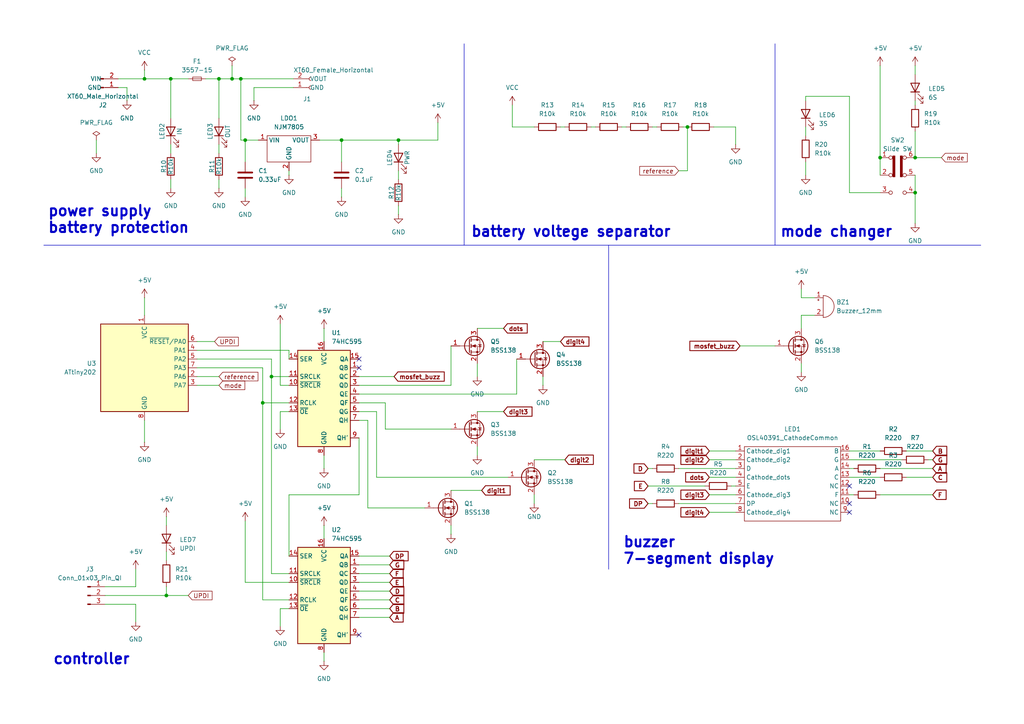
<source format=kicad_sch>
(kicad_sch (version 20231120) (generator "eeschema") (generator_version "8.0")
  (paper "A4")
  (title_block (title "電源電圧監視 / 保護用基板") (date "2024-09-23") (rev "1") (company "明治大学オートメーション研究部") (comment 1 "次田英太") (comment 2 "電気電子生命学科2年"))
  (lib_symbols
    (symbol "00_mylib:74HC595_SMD"
      (property "Reference" "U" (at -7.62 13.97 0))
      (property "Value" "74HC595_SMD" (at -7.62 -16.51 0))
      (symbol "74HC595_SMD_1_0"
        (pin tri_state line (at 10.16 7.62 180) (length 2.54) (name "QB") (number "1"))
        (pin input line (at -10.16 2.54 0) (length 2.54) (name "~{SRCLR}") (number "10"))
        (pin input line (at -10.16 5.08 0) (length 2.54) (name "SRCLK") (number "11"))
        (pin input line (at -10.16 -2.54 0) (length 2.54) (name "RCLK") (number "12"))
        (pin input line (at -10.16 -5.08 0) (length 2.54) (name "~{OE}") (number "13"))
        (pin input line (at -10.16 10.16 0) (length 2.54) (name "SER") (number "14"))
        (pin tri_state line (at 10.16 10.16 180) (length 2.54) (name "QA") (number "15"))
        (pin power_in line (at 0 15.24 270) (length 2.54) (name "VCC") (number "16"))
        (pin tri_state line (at 10.16 5.08 180) (length 2.54) (name "QC") (number "2"))
        (pin tri_state line (at 10.16 2.54 180) (length 2.54) (name "QD") (number "3"))
        (pin tri_state line (at 10.16 0 180) (length 2.54) (name "QE") (number "4"))
        (pin tri_state line (at 10.16 -2.54 180) (length 2.54) (name "QF") (number "5"))
        (pin tri_state line (at 10.16 -5.08 180) (length 2.54) (name "QG") (number "6"))
        (pin tri_state line (at 10.16 -7.62 180) (length 2.54) (name "QH") (number "7"))
        (pin power_in line (at 0 -17.78 90) (length 2.54) (name "GND") (number "8"))
        (pin output line (at 10.16 -12.7 180) (length 2.54) (name "QH'") (number "9"))
      )
      (symbol "74HC595_SMD_1_1"
        (rectangle (start -7.62 12.7) (end 7.62 -15.24) (stroke (width 0.254)) (fill (type background)))
      )
    )
    (symbol "00_mylib:ATtiny202-SS"
      (property "Reference" "U" (at -12.7 13.97 0))
      (property "Value" "ATtiny202-SS" (at 2.54 -13.97 0))
      (symbol "ATtiny202-SS_0_1"
        (rectangle (start -12.7 -12.7) (end 12.7 12.7) (stroke (width 0.254)) (fill (type background)))
      )
      (symbol "ATtiny202-SS_1_1"
        (pin power_in line (at 0 15.24 270) (length 2.54) (name "VCC") (number "1"))
        (pin bidirectional line (at 15.24 -2.54 180) (length 2.54) (name "PA6") (number "2"))
        (pin bidirectional line (at 15.24 -5.08 180) (length 2.54) (name "PA7") (number "3"))
        (pin bidirectional line (at 15.24 5.08 180) (length 2.54) (name "PA1") (number "4"))
        (pin bidirectional line (at 15.24 2.54 180) (length 2.54) (name "PA2") (number "5"))
        (pin bidirectional line (at 15.24 7.62 180) (length 2.54) (name "~{RESET}/PA0") (number "6"))
        (pin bidirectional line (at 15.24 0 180) (length 2.54) (name "PA3") (number "7"))
        (pin power_in line (at 0 -15.24 90) (length 2.54) (name "GND") (number "8"))
      )
    )
    (symbol "00_mylib:BSS138" (pin_names hide)
      (property "Reference" "Q" (at 5.08 1.905 0))
      (property "Value" "BSS138" (at 5.08 0 0))
      (symbol "BSS138_0_1"
        (polyline (pts (xy 0.254 0) (xy -2.54 0)))
        (polyline (pts (xy 0.254 1.905) (xy 0.254 -1.905)) (stroke (width 0.254)))
        (polyline (pts (xy 0.762 -1.27) (xy 0.762 -2.286)) (stroke (width 0.254)))
        (polyline (pts (xy 0.762 0.508) (xy 0.762 -0.508)) (stroke (width 0.254)))
        (polyline (pts (xy 0.762 2.286) (xy 0.762 1.27)) (stroke (width 0.254)))
        (polyline (pts (xy 2.54 2.54) (xy 2.54 1.778)))
        (polyline (pts (xy 2.54 -2.54) (xy 2.54 0) (xy 0.762 0)))
        (polyline (pts (xy 0.762 -1.778) (xy 3.302 -1.778) (xy 3.302 1.778) (xy 0.762 1.778)))
        (polyline (pts (xy 1.016 0) (xy 2.032 0.381) (xy 2.032 -0.381) (xy 1.016 0)) (fill (type outline)))
        (polyline (pts (xy 2.794 0.508) (xy 2.921 0.381) (xy 3.683 0.381) (xy 3.81 0.254)))
        (polyline (pts (xy 3.302 0.381) (xy 2.921 -0.254) (xy 3.683 -0.254) (xy 3.302 0.381)))
        (circle (center 1.651 0) (radius 2.794) (stroke (width 0.254)))
        (circle (center 2.54 -1.778) (radius 0.254) (fill (type outline)))
        (circle (center 2.54 1.778) (radius 0.254) (fill (type outline)))
      )
      (symbol "BSS138_1_1"
        (pin input line (at -5.08 0 0) (length 2.54) (name "G") (number "1"))
        (pin passive line (at 2.54 -5.08 90) (length 2.54) (name "S") (number "2"))
        (pin passive line (at 2.54 5.08 270) (length 2.54) (name "D") (number "3"))
      )
    )
    (symbol "00_mylib:Buzzer_12mm" (pin_names (offset 0.0254) hide)
      (property "Reference" "BZ" (at 3.81 1.27 0))
      (property "Value" "Buzzer_12mm" (at 3.81 -1.27 0))
      (symbol "Buzzer_12mm_0_1"
        (arc (start 0 -3.175) (mid 3.1612 0) (end 0 3.175))
        (polyline (pts (xy -1.651 1.905) (xy -1.143 1.905)))
        (polyline (pts (xy -1.397 2.159) (xy -1.397 1.651)))
        (polyline (pts (xy 0 3.175) (xy 0 -3.175)))
      )
      (symbol "Buzzer_12mm_1_1"
        (pin passive line (at -2.54 2.54 0) (length 2.54) (name "+") (number "1"))
        (pin passive line (at -2.54 -2.54 0) (length 2.54) (name "-") (number "2"))
      )
    )
    (symbol "00_mylib:C1608" (pin_numbers hide) (pin_names (offset 0.254))
      (property "Reference" "C" (at 0.635 2.54 0))
      (property "Value" "C1608" (at 0.635 -2.54 0))
      (symbol "C1608_0_1"
        (polyline (pts (xy -2.032 -0.762) (xy 2.032 -0.762)) (stroke (width 0.508)))
        (polyline (pts (xy -2.032 0.762) (xy 2.032 0.762)) (stroke (width 0.508)))
      )
      (symbol "C1608_1_1"
        (pin passive line (at 0 3.81 270) (length 2.794) (name "~") (number "1"))
        (pin passive line (at 0 -3.81 90) (length 2.794) (name "~") (number "2"))
      )
    )
    (symbol "00_mylib:Conn_01x03_Pin_QI" (pin_names (offset 1.016) hide)
      (property "Reference" "J" (at 0 5.08 0))
      (property "Value" "Conn_01x03_Pin_QI" (at 0 -5.08 0))
      (symbol "Conn_01x03_Pin_QI_1_1"
        (polyline (pts (xy 1.27 -2.54) (xy 0.8636 -2.54)) (stroke (width 0.1524)))
        (polyline (pts (xy 1.27 0) (xy 0.8636 0)) (stroke (width 0.1524)))
        (polyline (pts (xy 1.27 2.54) (xy 0.8636 2.54)) (stroke (width 0.1524)))
        (rectangle (start 0.8636 -2.413) (end 0 -2.667) (stroke (width 0.1524)) (fill (type outline)))
        (rectangle (start 0.8636 0.127) (end 0 -0.127) (stroke (width 0.1524)) (fill (type outline)))
        (rectangle (start 0.8636 2.667) (end 0 2.413) (stroke (width 0.1524)) (fill (type outline)))
        (pin passive line (at 5.08 2.54 180) (length 3.81) (name "Pin_1") (number "1"))
        (pin passive line (at 5.08 0 180) (length 3.81) (name "Pin_2") (number "2"))
        (pin passive line (at 5.08 -2.54 180) (length 3.81) (name "Pin_3") (number "3"))
      )
    )
    (symbol "00_mylib:Fuse_Small_3557_15" (pin_numbers hide) (pin_names (offset 0.254) hide)
      (property "Reference" "F" (at 0 -1.524 0))
      (property "Value" "Fuse_Small_3557_15" (at 0 1.524 0))
      (symbol "Fuse_Small_3557_15_0_1"
        (rectangle (start -1.27 0.508) (end 1.27 -0.508))
        (polyline (pts (xy -1.27 0) (xy 1.27 0)))
      )
      (symbol "Fuse_Small_3557_15_1_1"
        (pin passive line (at -2.54 0 0) (length 1.27) (name "~") (number "1"))
        (pin passive line (at 2.54 0 180) (length 1.27) (name "~") (number "2"))
      )
    )
    (symbol "00_mylib:LED1608" (pin_numbers hide) (pin_names (offset 1.016) hide)
      (property "Reference" "LED" (at 0 2.54 0))
      (property "Value" "LED1608" (at 0 -2.54 0))
      (symbol "LED1608_0_1"
        (polyline (pts (xy -1.27 -1.27) (xy -1.27 1.27)) (stroke (width 0.254)))
        (polyline (pts (xy -1.27 0) (xy 1.27 0)))
        (polyline (pts (xy 1.27 -1.27) (xy 1.27 1.27) (xy -1.27 0) (xy 1.27 -1.27)) (stroke (width 0.254)))
        (polyline (pts (xy -3.048 -0.762) (xy -4.572 -2.286) (xy -3.81 -2.286) (xy -4.572 -2.286) (xy -4.572 -1.524)))
        (polyline (pts (xy -1.778 -0.762) (xy -3.302 -2.286) (xy -2.54 -2.286) (xy -3.302 -2.286) (xy -3.302 -1.524)))
      )
      (symbol "LED1608_1_1"
        (pin passive line (at -3.81 0 0) (length 2.54) (name "K") (number "1"))
        (pin passive line (at 3.81 0 180) (length 2.54) (name "A") (number "2"))
      )
    )
    (symbol "00_mylib:NJM7805SDL1"
      (property "Reference" "LDO" (at -0.762 5.334 0))
      (property "Value" "NJM7805" (at -0.254 7.112 0))
      (symbol "NJM7805SDL1_0_1"
        (rectangle (start -6.35 3.81) (end 6.35 -3.81))
      )
      (symbol "NJM7805SDL1_1_1"
        (pin power_in line (at -8.89 2.54 0) (length 2.54) (name "VIN") (number "1"))
        (pin input line (at 0 -6.35 90) (length 2.54) (name "GND") (number "2"))
        (pin power_out line (at 8.89 2.54 180) (length 2.54) (name "VOUT") (number "3"))
      )
    )
    (symbol "00_mylib:OSL40391_CathodeCommon"
      (property "Reference" "LED" (at 0 13.716 0))
      (property "Value" "OSL40391_CathodeCommon" (at 0 11.43 0))
      (symbol "OSL40391_CathodeCommon_0_1"
        (rectangle (start -13.97 10.16) (end 13.97 -11.43))
      )
      (symbol "OSL40391_CathodeCommon_1_1"
        (pin input line (at -16.51 8.89 0) (length 2.54) (name "Cathode_dig1") (number "1"))
        (pin input line (at 16.51 -6.35 180) (length 2.54) (name "NC") (number "10"))
        (pin input line (at 16.51 -3.81 180) (length 2.54) (name "F") (number "11"))
        (pin input line (at 16.51 -1.27 180) (length 2.54) (name "NC") (number "12"))
        (pin input line (at 16.51 1.27 180) (length 2.54) (name "C") (number "13"))
        (pin input line (at 16.51 3.81 180) (length 2.54) (name "A") (number "14"))
        (pin input line (at 16.51 6.35 180) (length 2.54) (name "G") (number "15"))
        (pin input line (at 16.51 8.89 180) (length 2.54) (name "B") (number "16"))
        (pin input line (at -16.51 6.35 0) (length 2.54) (name "Cathode_dig2") (number "2"))
        (pin input line (at -16.51 3.81 0) (length 2.54) (name "D") (number "3"))
        (pin input line (at -16.51 1.27 0) (length 2.54) (name "Cathode_dots") (number "4"))
        (pin input line (at -16.51 -1.27 0) (length 2.54) (name "E") (number "5"))
        (pin input line (at -16.51 -3.81 0) (length 2.54) (name "Cathode_dig3") (number "6"))
        (pin input line (at -16.51 -6.35 0) (length 2.54) (name "DP") (number "7"))
        (pin input line (at -16.51 -8.89 0) (length 2.54) (name "Cathode_dig4") (number "8"))
        (pin input line (at 16.51 -8.89 180) (length 2.54) (name "NC") (number "9"))
      )
    )
    (symbol "00_mylib:R1608" (pin_numbers hide) (pin_names (offset 0))
      (property "Reference" "R" (at 2.032 0 90))
      (property "Value" "R1608" (at 0 0 90))
      (symbol "R1608_0_1"
        (rectangle (start -1.016 -2.54) (end 1.016 2.54) (stroke (width 0.254)))
      )
      (symbol "R1608_1_1"
        (pin passive line (at 0 3.81 270) (length 1.27) (name "~") (number "1"))
        (pin passive line (at 0 -3.81 90) (length 1.27) (name "~") (number "2"))
      )
    )
    (symbol "00_mylib:SW_Slide_DPDT" (pin_names (offset 0) hide)
      (property "Reference" "SW" (at 0 6.858 0))
      (property "Value" "SW_Slide_DPDT" (at 0 -8.128 0))
      (symbol "SW_Slide_DPDT_0_0"
        (circle (center -2.032 -5.08) (radius 0.508))
        (circle (center -2.032 5.08) (radius 0.508))
        (circle (center 2.032 -5.08) (radius 0.508))
        (circle (center 2.032 0) (radius 0.508))
      )
      (symbol "SW_Slide_DPDT_0_1"
        (circle (center -2.032 0) (radius 0.508))
        (circle (center 2.032 5.08) (radius 0.508))
      )
      (symbol "SW_Slide_DPDT_1_1"
        (rectangle (start -1.397 5.588) (end -0.762 -0.508) (fill (type outline)))
        (rectangle (start 0.762 5.588) (end 1.397 -0.508) (fill (type outline)))
        (pin passive line (at -5.08 5.08 0) (length 2.54) (name "A") (number "1"))
        (pin passive line (at -5.08 0 0) (length 2.54) (name "B") (number "2"))
        (pin passive line (at -5.08 -5.08 0) (length 2.54) (name "C") (number "3"))
        (pin passive line (at 5.08 -5.08 180) (length 2.54) (name "A") (number "4"))
        (pin passive line (at 5.08 0 180) (length 2.54) (name "B") (number "5"))
        (pin passive line (at 5.08 5.08 180) (length 2.54) (name "C") (number "6"))
      )
    )
    (symbol "00_mylib:XT60_Female_Horizontal" (pin_names (offset 1.016))
      (property "Reference" "J" (at 0 2.54 0))
      (property "Value" "XT60_Female_Horizontal" (at 0 -5.08 0))
      (symbol "XT60_Female_Horizontal_1_1"
        (arc (start 0 -2.032) (mid -0.5058 -2.54) (end 0 -3.048) (stroke (width 0.1524)))
        (polyline (pts (xy -1.27 -2.54) (xy -0.508 -2.54)) (stroke (width 0.1524)))
        (polyline (pts (xy -1.27 0) (xy -0.508 0)) (stroke (width 0.1524)))
        (arc (start 0 0.508) (mid -0.5058 0) (end 0 -0.508) (stroke (width 0.1524)))
        (pin passive line (at -5.08 0 0) (length 3.81) (name "GND") (number "1"))
        (pin power_in line (at -5.08 -2.54 0) (length 3.81) (name "VOUT") (number "2"))
      )
    )
    (symbol "00_mylib:XT60_Male_Horizontal" (pin_names (offset 1.016))
      (property "Reference" "J" (at 0 2.54 0))
      (property "Value" "XT60_Male_Horizontal" (at 0 -5.08 0))
      (symbol "XT60_Male_Horizontal_1_1"
        (polyline (pts (xy 1.27 -2.54) (xy 0.8636 -2.54)) (stroke (width 0.1524)))
        (polyline (pts (xy 1.27 0) (xy 0.8636 0)) (stroke (width 0.1524)))
        (rectangle (start 0.8636 -2.413) (end 0 -2.667) (stroke (width 0.1524)) (fill (type outline)))
        (rectangle (start 0.8636 0.127) (end 0 -0.127) (stroke (width 0.1524)) (fill (type outline)))
        (pin passive line (at 5.08 0 180) (length 3.81) (name "GND") (number "1"))
        (pin power_out line (at 5.08 -2.54 180) (length 3.81) (name "VIN") (number "2"))
      )
    )
    (symbol "power:+5V" (power) (pin_numbers hide) (pin_names (offset 0) hide)
      (property "Value" "+5V" (at 0 3.556 0))
      (symbol "+5V_0_1"
        (polyline (pts (xy -0.762 1.27) (xy 0 2.54)))
        (polyline (pts (xy 0 0) (xy 0 2.54)))
        (polyline (pts (xy 0 2.54) (xy 0.762 1.27)))
      )
      (symbol "+5V_1_1"
        (pin power_in line (at 0 0 90) (length 0) (name "~") (number "1"))
      )
    )
    (symbol "power:GND" (power) (pin_numbers hide) (pin_names (offset 0) hide)
      (property "Value" "GND" (at 0 -3.81 0))
      (symbol "GND_0_1"
        (polyline (pts (xy 0 0) (xy 0 -1.27) (xy 1.27 -1.27) (xy 0 -2.54) (xy -1.27 -1.27) (xy 0 -1.27)))
      )
      (symbol "GND_1_1"
        (pin power_in line (at 0 0 270) (length 0) (name "~") (number "1"))
      )
    )
    (symbol "power:PWR_FLAG" (power) (pin_numbers hide) (pin_names (offset 0) hide)
      (property "Value" "PWR_FLAG" (at 0 3.81 0))
      (symbol "PWR_FLAG_0_0"
        (pin power_out line (at 0 0 90) (length 0) (name "~") (number "1"))
      )
      (symbol "PWR_FLAG_0_1"
        (polyline (pts (xy 0 0) (xy 0 1.27) (xy -1.016 1.905) (xy 0 2.54) (xy 1.016 1.905) (xy 0 1.27)))
      )
    )
    (symbol "power:VCC" (power) (pin_numbers hide) (pin_names (offset 0) hide)
      (property "Value" "VCC" (at 0 3.556 0))
      (symbol "VCC_0_1"
        (polyline (pts (xy -0.762 1.27) (xy 0 2.54)))
        (polyline (pts (xy 0 0) (xy 0 2.54)))
        (polyline (pts (xy 0 2.54) (xy 0.762 1.27)))
      )
      (symbol "VCC_1_1"
        (pin power_in line (at 0 0 90) (length 0) (name "~") (number "1"))
      )
    )
  )
  (junction (at 48.26 172.72))
  (junction (at 76.2 116.84))
  (junction (at 115.57 40.64))
  (junction (at 255.27 45.72))
  (junction (at 69.85 22.86))
  (junction (at 41.91 22.86))
  (junction (at 265.43 55.88))
  (junction (at 199.39 36.83))
  (junction (at 78.74 109.22))
  (junction (at 265.43 45.72))
  (junction (at 67.31 22.86))
  (junction (at 99.06 40.64))
  (junction (at 71.12 40.64))
  (junction (at 49.53 22.86))
  (junction (at 63.5 22.86))
  (no_connect (at 104.14 104.14))
  (no_connect (at 246.38 148.59))
  (no_connect (at 104.14 184.15))
  (no_connect (at 104.14 106.68))
  (no_connect (at 246.38 140.97))
  (no_connect (at 246.38 146.05))
  (wire (pts (xy 41.91 22.86) (xy 49.53 22.86)))
  (wire (pts (xy 187.96 135.89) (xy 189.23 135.89)))
  (wire (pts (xy 157.48 99.06) (xy 162.56 99.06)))
  (wire (pts (xy 76.2 173.99) (xy 76.2 116.84)))
  (wire (pts (xy 104.14 179.07) (xy 113.03 179.07)))
  (wire (pts (xy 138.43 105.41) (xy 138.43 109.22)))
  (wire (pts (xy 196.85 146.05) (xy 213.36 146.05)))
  (wire (pts (xy 246.38 138.43) (xy 255.27 138.43)))
  (polyline (pts (xy 134.62 71.12) (xy 176.53 71.12)))
  (wire (pts (xy 180.34 36.83) (xy 181.61 36.83)))
  (wire (pts (xy 233.68 46.99) (xy 233.68 50.8)))
  (wire (pts (xy 205.74 143.51) (xy 213.36 143.51)))
  (wire (pts (xy 36.83 25.4) (xy 36.83 29.21)))
  (wire (pts (xy 265.43 55.88) (xy 265.43 64.77)))
  (wire (pts (xy 83.82 143.51) (xy 83.82 161.29)))
  (wire (pts (xy 111.76 124.46) (xy 130.81 124.46)))
  (wire (pts (xy 233.68 36.83) (xy 233.68 39.37)))
  (wire (pts (xy 41.91 121.92) (xy 41.91 128.27)))
  (wire (pts (xy 67.31 19.05) (xy 67.31 22.86)))
  (wire (pts (xy 115.57 59.69) (xy 115.57 62.23)))
  (wire (pts (xy 269.24 133.35) (xy 270.51 133.35)))
  (wire (pts (xy 71.12 151.13) (xy 71.12 168.91)))
  (wire (pts (xy 148.59 30.48) (xy 148.59 36.83)))
  (wire (pts (xy 104.14 143.51) (xy 83.82 143.51)))
  (wire (pts (xy 73.66 25.4) (xy 73.66 29.21)))
  (wire (pts (xy 106.68 121.92) (xy 106.68 147.32)))
  (wire (pts (xy 27.94 40.64) (xy 27.94 44.45)))
  (wire (pts (xy 189.23 36.83) (xy 190.5 36.83)))
  (wire (pts (xy 265.43 29.21) (xy 265.43 30.48)))
  (wire (pts (xy 104.14 161.29) (xy 113.03 161.29)))
  (wire (pts (xy 233.68 29.21) (xy 233.68 27.94)))
  (wire (pts (xy 71.12 54.61) (xy 71.12 57.15)))
  (wire (pts (xy 93.98 132.08) (xy 93.98 135.89)))
  (wire (pts (xy 106.68 147.32) (xy 123.19 147.32)))
  (wire (pts (xy 48.26 149.86) (xy 48.26 152.4)))
  (wire (pts (xy 57.15 111.76) (xy 63.5 111.76)))
  (wire (pts (xy 157.48 109.22) (xy 157.48 111.76)))
  (wire (pts (xy 30.48 170.18) (xy 39.37 170.18)))
  (wire (pts (xy 232.41 91.44) (xy 232.41 95.25)))
  (wire (pts (xy 57.15 104.14) (xy 78.74 104.14)))
  (wire (pts (xy 205.74 130.81) (xy 213.36 130.81)))
  (wire (pts (xy 205.74 133.35) (xy 213.36 133.35)))
  (wire (pts (xy 148.59 36.83) (xy 154.94 36.83)))
  (wire (pts (xy 104.14 173.99) (xy 113.03 173.99)))
  (wire (pts (xy 104.14 171.45) (xy 113.03 171.45)))
  (wire (pts (xy 48.26 160.02) (xy 48.26 162.56)))
  (wire (pts (xy 83.82 119.38) (xy 81.28 119.38)))
  (wire (pts (xy 138.43 119.38) (xy 146.05 119.38)))
  (wire (pts (xy 67.31 22.86) (xy 69.85 22.86)))
  (wire (pts (xy 63.5 41.91) (xy 63.5 44.45)))
  (wire (pts (xy 265.43 38.1) (xy 265.43 45.72)))
  (wire (pts (xy 213.36 36.83) (xy 213.36 41.91)))
  (wire (pts (xy 246.38 135.89) (xy 247.65 135.89)))
  (wire (pts (xy 41.91 86.36) (xy 41.91 91.44)))
  (wire (pts (xy 255.27 45.72) (xy 255.27 50.8)))
  (wire (pts (xy 34.29 25.4) (xy 36.83 25.4)))
  (wire (pts (xy 63.5 22.86) (xy 63.5 34.29)))
  (wire (pts (xy 69.85 40.64) (xy 69.85 22.86)))
  (wire (pts (xy 41.91 20.32) (xy 41.91 22.86)))
  (polyline (pts (xy 176.53 71.12) (xy 176.53 165.1)))
  (wire (pts (xy 78.74 104.14) (xy 78.74 109.22)))
  (wire (pts (xy 187.96 140.97) (xy 204.47 140.97)))
  (wire (pts (xy 236.22 91.44) (xy 232.41 91.44)))
  (wire (pts (xy 246.38 130.81) (xy 255.27 130.81)))
  (polyline (pts (xy 12.7 71.12) (xy 134.62 71.12)))
  (wire (pts (xy 109.22 138.43) (xy 147.32 138.43)))
  (wire (pts (xy 57.15 101.6) (xy 83.82 101.6)))
  (wire (pts (xy 255.27 143.51) (xy 270.51 143.51)))
  (polyline (pts (xy 224.79 12.7) (xy 224.79 71.12)))
  (wire (pts (xy 83.82 166.37) (xy 78.74 166.37)))
  (wire (pts (xy 236.22 86.36) (xy 232.41 86.36)))
  (wire (pts (xy 49.53 52.07) (xy 49.53 54.61)))
  (wire (pts (xy 49.53 41.91) (xy 49.53 44.45)))
  (wire (pts (xy 83.82 173.99) (xy 76.2 173.99)))
  (wire (pts (xy 63.5 52.07) (xy 63.5 54.61)))
  (wire (pts (xy 69.85 40.64) (xy 71.12 40.64)))
  (wire (pts (xy 115.57 40.64) (xy 127 40.64)))
  (wire (pts (xy 246.38 27.94) (xy 233.68 27.94)))
  (wire (pts (xy 104.14 119.38) (xy 109.22 119.38)))
  (wire (pts (xy 93.98 95.25) (xy 93.98 99.06)))
  (wire (pts (xy 104.14 166.37) (xy 113.03 166.37)))
  (wire (pts (xy 57.15 106.68) (xy 76.2 106.68)))
  (wire (pts (xy 69.85 22.86) (xy 85.09 22.86)))
  (wire (pts (xy 265.43 50.8) (xy 265.43 55.88)))
  (wire (pts (xy 205.74 148.59) (xy 213.36 148.59)))
  (wire (pts (xy 49.53 22.86) (xy 54.61 22.86)))
  (wire (pts (xy 57.15 99.06) (xy 62.23 99.06)))
  (wire (pts (xy 255.27 55.88) (xy 246.38 55.88)))
  (wire (pts (xy 39.37 165.1) (xy 39.37 170.18)))
  (wire (pts (xy 149.86 114.3) (xy 149.86 104.14)))
  (wire (pts (xy 83.82 176.53) (xy 81.28 176.53)))
  (wire (pts (xy 214.63 100.33) (xy 224.79 100.33)))
  (wire (pts (xy 196.85 135.89) (xy 213.36 135.89)))
  (wire (pts (xy 59.69 22.86) (xy 63.5 22.86)))
  (wire (pts (xy 198.12 36.83) (xy 199.39 36.83)))
  (wire (pts (xy 171.45 36.83) (xy 172.72 36.83)))
  (wire (pts (xy 104.14 116.84) (xy 111.76 116.84)))
  (wire (pts (xy 262.89 138.43) (xy 270.51 138.43)))
  (wire (pts (xy 104.14 163.83) (xy 113.03 163.83)))
  (wire (pts (xy 154.94 143.51) (xy 154.94 146.05)))
  (wire (pts (xy 99.06 40.64) (xy 99.06 46.99)))
  (wire (pts (xy 71.12 40.64) (xy 74.93 40.64)))
  (wire (pts (xy 57.15 109.22) (xy 63.5 109.22)))
  (wire (pts (xy 34.29 22.86) (xy 41.91 22.86)))
  (wire (pts (xy 49.53 22.86) (xy 49.53 34.29)))
  (wire (pts (xy 115.57 49.53) (xy 115.57 52.07)))
  (wire (pts (xy 255.27 19.05) (xy 255.27 45.72)))
  (wire (pts (xy 39.37 175.26) (xy 39.37 180.34)))
  (wire (pts (xy 109.22 119.38) (xy 109.22 138.43)))
  (wire (pts (xy 255.27 135.89) (xy 270.51 135.89)))
  (polyline (pts (xy 134.62 12.7) (xy 134.62 71.12)))
  (wire (pts (xy 162.56 36.83) (xy 163.83 36.83)))
  (wire (pts (xy 130.81 142.24) (xy 139.7 142.24)))
  (wire (pts (xy 30.48 172.72) (xy 48.26 172.72)))
  (wire (pts (xy 265.43 19.05) (xy 265.43 21.59)))
  (polyline (pts (xy 176.53 71.12) (xy 284.48 71.12)))
  (wire (pts (xy 48.26 170.18) (xy 48.26 172.72)))
  (wire (pts (xy 205.74 138.43) (xy 213.36 138.43)))
  (wire (pts (xy 78.74 166.37) (xy 78.74 109.22)))
  (wire (pts (xy 76.2 106.68) (xy 76.2 116.84)))
  (wire (pts (xy 76.2 116.84) (xy 83.82 116.84)))
  (wire (pts (xy 138.43 95.25) (xy 146.05 95.25)))
  (wire (pts (xy 81.28 93.98) (xy 81.28 111.76)))
  (wire (pts (xy 99.06 54.61) (xy 99.06 57.15)))
  (wire (pts (xy 246.38 133.35) (xy 261.62 133.35)))
  (wire (pts (xy 130.81 111.76) (xy 104.14 111.76)))
  (wire (pts (xy 93.98 189.23) (xy 93.98 191.77)))
  (wire (pts (xy 99.06 40.64) (xy 115.57 40.64)))
  (wire (pts (xy 83.82 49.53) (xy 83.82 50.8)))
  (wire (pts (xy 92.71 40.64) (xy 99.06 40.64)))
  (wire (pts (xy 127 40.64) (xy 127 35.56)))
  (wire (pts (xy 199.39 49.53) (xy 199.39 36.83)))
  (wire (pts (xy 85.09 25.4) (xy 73.66 25.4)))
  (wire (pts (xy 212.09 140.97) (xy 213.36 140.97)))
  (wire (pts (xy 104.14 121.92) (xy 106.68 121.92)))
  (wire (pts (xy 81.28 111.76) (xy 83.82 111.76)))
  (wire (pts (xy 246.38 55.88) (xy 246.38 27.94)))
  (wire (pts (xy 48.26 172.72) (xy 54.61 172.72)))
  (wire (pts (xy 138.43 129.54) (xy 138.43 132.08)))
  (wire (pts (xy 265.43 45.72) (xy 273.05 45.72)))
  (wire (pts (xy 71.12 168.91) (xy 83.82 168.91)))
  (wire (pts (xy 115.57 40.64) (xy 115.57 41.91)))
  (wire (pts (xy 30.48 175.26) (xy 39.37 175.26)))
  (wire (pts (xy 111.76 116.84) (xy 111.76 124.46)))
  (wire (pts (xy 67.31 22.86) (xy 63.5 22.86)))
  (wire (pts (xy 187.96 146.05) (xy 189.23 146.05)))
  (wire (pts (xy 232.41 86.36) (xy 232.41 83.82)))
  (wire (pts (xy 154.94 133.35) (xy 163.83 133.35)))
  (wire (pts (xy 232.41 105.41) (xy 232.41 107.95)))
  (wire (pts (xy 207.01 36.83) (xy 213.36 36.83)))
  (wire (pts (xy 104.14 109.22) (xy 114.3 109.22)))
  (wire (pts (xy 130.81 152.4) (xy 130.81 154.94)))
  (wire (pts (xy 104.14 114.3) (xy 149.86 114.3)))
  (wire (pts (xy 104.14 168.91) (xy 113.03 168.91)))
  (wire (pts (xy 104.14 176.53) (xy 113.03 176.53)))
  (wire (pts (xy 78.74 109.22) (xy 83.82 109.22)))
  (wire (pts (xy 81.28 119.38) (xy 81.28 124.46)))
  (wire (pts (xy 83.82 101.6) (xy 83.82 104.14)))
  (wire (pts (xy 262.89 130.81) (xy 270.51 130.81)))
  (wire (pts (xy 93.98 152.4) (xy 93.98 156.21)))
  (wire (pts (xy 71.12 40.64) (xy 71.12 46.99)))
  (wire (pts (xy 246.38 143.51) (xy 247.65 143.51)))
  (wire (pts (xy 104.14 127) (xy 104.14 143.51)))
  (wire (pts (xy 196.85 49.53) (xy 199.39 49.53)))
  (wire (pts (xy 130.81 100.33) (xy 130.81 111.76)))
  (wire (pts (xy 81.28 176.53) (xy 81.28 181.61)))
  (text "mode changer" (at 242.57 67.31 0) (effects (font (size 3 3) (bold yes))))
  (text "controller" (at 15.24 191.262 0) (effects (font (size 3 3) (thickness 0.6) (bold yes)) (justify left)))
  (text "battery voltege separator" (at 165.608 67.31 0) (effects (font (size 3 3) (thickness 0.6) (bold yes))))
  (text "buzzer\n7-segment display" (at 180.594 159.766 0) (effects (font (size 3 3) (bold yes)) (justify left)))
  (text "power supply\nbattery protection" (at 13.716 63.754 0) (effects (font (size 3 3) (thickness 0.6) (bold yes)) (justify left)))
  (global_label "digit1" (shape input) (at 139.7 142.24 0) (effects (font (bold yes))) (property "Intersheetrefs" "${INTERSHEET_REFS}" (effects (hide yes))))
  (global_label "B" (shape input) (at 113.03 176.53 0) (effects (font (bold yes))) (property "Intersheetrefs" "${INTERSHEET_REFS}" (effects (hide yes))))
  (global_label "dots" (shape input) (at 146.05 95.25 0) (effects (font (bold yes))) (property "Intersheetrefs" "${INTERSHEET_REFS}" (effects (hide yes))))
  (global_label "A" (shape input) (at 113.03 179.07 0) (effects (font (bold yes))) (property "Intersheetrefs" "${INTERSHEET_REFS}" (effects (hide yes))))
  (global_label "DP" (shape input) (at 113.03 161.29 0) (effects (font (bold yes))) (property "Intersheetrefs" "${INTERSHEET_REFS}" (effects (hide yes))))
  (global_label "digit3" (shape input) (at 146.05 119.38 0) (effects (font (bold yes))) (property "Intersheetrefs" "${INTERSHEET_REFS}" (effects (hide yes))))
  (global_label "digit4" (shape input) (at 205.74 148.59 180) (effects (font (bold yes))) (property "Intersheetrefs" "${INTERSHEET_REFS}" (effects (hide yes))))
  (global_label "UPDI" (shape input) (at 62.23 99.06 0) (property "Intersheetrefs" "${INTERSHEET_REFS}" (effects (hide yes))))
  (global_label "F" (shape input) (at 270.51 143.51 0) (effects (font (bold yes))) (property "Intersheetrefs" "${INTERSHEET_REFS}" (effects (hide yes))))
  (global_label "D" (shape input) (at 113.03 171.45 0) (effects (font (bold yes))) (property "Intersheetrefs" "${INTERSHEET_REFS}" (effects (hide yes))))
  (global_label "E" (shape input) (at 113.03 168.91 0) (effects (font (bold yes))) (property "Intersheetrefs" "${INTERSHEET_REFS}" (effects (hide yes))))
  (global_label "mode" (shape input) (at 273.05 45.72 0) (property "Intersheetrefs" "${INTERSHEET_REFS}" (effects (hide yes))))
  (global_label "digit2" (shape input) (at 163.83 133.35 0) (effects (font (bold yes))) (property "Intersheetrefs" "${INTERSHEET_REFS}" (effects (hide yes))))
  (global_label "digit1" (shape input) (at 205.74 130.81 180) (effects (font (bold yes))) (property "Intersheetrefs" "${INTERSHEET_REFS}" (effects (hide yes))))
  (global_label "digit2" (shape input) (at 205.74 133.35 180) (effects (font (bold yes))) (property "Intersheetrefs" "${INTERSHEET_REFS}" (effects (hide yes))))
  (global_label "reference" (shape input) (at 196.85 49.53 180) (property "Intersheetrefs" "${INTERSHEET_REFS}" (effects (hide yes))))
  (global_label "mode" (shape input) (at 63.5 111.76 0) (property "Intersheetrefs" "${INTERSHEET_REFS}" (effects (hide yes))))
  (global_label "G" (shape input) (at 113.03 163.83 0) (effects (font (bold yes))) (property "Intersheetrefs" "${INTERSHEET_REFS}" (effects (hide yes))))
  (global_label "DP" (shape input) (at 187.96 146.05 180) (effects (font (bold yes))) (property "Intersheetrefs" "${INTERSHEET_REFS}" (effects (hide yes))))
  (global_label "digit3" (shape input) (at 205.74 143.51 180) (effects (font (bold yes))) (property "Intersheetrefs" "${INTERSHEET_REFS}" (effects (hide yes))))
  (global_label "mosfet_buzz" (shape input) (at 214.63 100.33 180) (effects (font (bold yes))) (property "Intersheetrefs" "${INTERSHEET_REFS}" (effects (hide yes))))
  (global_label "C" (shape input) (at 113.03 173.99 0) (effects (font (bold yes))) (property "Intersheetrefs" "${INTERSHEET_REFS}" (effects (hide yes))))
  (global_label "F" (shape input) (at 113.03 166.37 0) (effects (font (bold yes))) (property "Intersheetrefs" "${INTERSHEET_REFS}" (effects (hide yes))))
  (global_label "reference" (shape input) (at 63.5 109.22 0) (property "Intersheetrefs" "${INTERSHEET_REFS}" (effects (hide yes))))
  (global_label "A" (shape input) (at 270.51 135.89 0) (effects (font (bold yes))) (property "Intersheetrefs" "${INTERSHEET_REFS}" (effects (hide yes))))
  (global_label "mosfet_buzz" (shape input) (at 114.3 109.22 0) (effects (font (bold yes))) (property "Intersheetrefs" "${INTERSHEET_REFS}" (effects (hide yes))))
  (global_label "C" (shape input) (at 270.51 138.43 0) (effects (font (bold yes))) (property "Intersheetrefs" "${INTERSHEET_REFS}" (effects (hide yes))))
  (global_label "UPDI" (shape input) (at 54.61 172.72 0) (property "Intersheetrefs" "${INTERSHEET_REFS}" (effects (hide yes))))
  (global_label "G" (shape input) (at 270.51 133.35 0) (effects (font (bold yes))) (property "Intersheetrefs" "${INTERSHEET_REFS}" (effects (hide yes))))
  (global_label "B" (shape input) (at 270.51 130.81 0) (effects (font (bold yes))) (property "Intersheetrefs" "${INTERSHEET_REFS}" (effects (hide yes))))
  (global_label "dots" (shape input) (at 205.74 138.43 180) (effects (font (bold yes))) (property "Intersheetrefs" "${INTERSHEET_REFS}" (effects (hide yes))))
  (global_label "E" (shape input) (at 187.96 140.97 180) (effects (font (bold yes))) (property "Intersheetrefs" "${INTERSHEET_REFS}" (effects (hide yes))))
  (global_label "D" (shape input) (at 187.96 135.89 180) (effects (font (bold yes))) (property "Intersheetrefs" "${INTERSHEET_REFS}" (effects (hide yes))))
  (global_label "digit4" (shape input) (at 162.56 99.06 0) (effects (font (bold yes))) (property "Intersheetrefs" "${INTERSHEET_REFS}" (effects (hide yes))))
  (symbol (lib_id "power:VCC") (at 148.59 30.48 0) (unit 1)
    (property "Reference" "#PWR029" (effects (hide yes)))
    (property "Value" "VCC" (at 148.59 25.4 0))
    (property "Description" "Power symbol creates a global label with name \"VCC\"" (effects (hide yes)))
  )
  (symbol (lib_id "power:PWR_FLAG") (at 27.94 40.64 0) (unit 1)
    (property "Reference" "#FLG03" (effects (hide yes)))
    (property "Value" "PWR_FLAG" (at 27.94 35.56 0))
    (property "Description" "Special symbol for telling ERC where power comes from" (effects (hide yes)))
  )
  (symbol (lib_id "00_mylib:OSL40391_CathodeCommon") (at 229.87 139.7 0) (unit 1)
    (property "Reference" "LED1" (at 229.87 124.46 0))
    (property "Value" "OSL40391_CathodeCommon" (at 229.87 127 0))
    (property "Footprint" "00_mylib:OSL40391_CathodeCommon" (effects (hide yes)))
  )
  (symbol (lib_id "00_mylib:R1608") (at 63.5 48.26 0) (mirror y) (unit 1)
    (property "Reference" "R11" (at 61.468 48.26 90))
    (property "Value" "R10k" (at 63.5 48.26 90))
    (property "Footprint" "Resistor_SMD:R_0603_1608Metric_Pad0.98x0.95mm_HandSolder" (effects (hide yes)))
    (property "Description" "Resistor" (effects (hide yes)))
  )
  (symbol (lib_id "power:GND") (at 213.36 41.91 0) (unit 1)
    (property "Reference" "#PWR030" (effects (hide yes)))
    (property "Value" "GND" (at 213.36 46.99 0))
    (property "Description" "Power symbol creates a global label with name \"GND\" , ground" (effects (hide yes)))
  )
  (symbol (lib_id "power:GND") (at 49.53 54.61 0) (unit 1)
    (property "Reference" "#PWR024" (effects (hide yes)))
    (property "Value" "GND" (at 49.53 59.69 0))
    (property "Description" "Power symbol creates a global label with name \"GND\" , ground" (effects (hide yes)))
  )
  (symbol (lib_id "00_mylib:BSS138") (at 152.4 138.43 0) (unit 1)
    (property "Reference" "Q2" (at 158.75 137.1599 0) (effects (justify left)))
    (property "Value" "BSS138" (at 158.75 139.6999 0) (effects (justify left)))
    (property "Footprint" "Package_TO_SOT_SMD:SOT-23" (effects (hide yes)))
    (property "Datasheet" "https://www.onsemi.com/pub/Collateral/BSS138-D.PDF" (effects (hide yes)))
    (property "Description" "50V Vds, 0.22A Id, N-Channel MOSFET, SOT-23" (effects (hide yes)))
  )
  (symbol (lib_id "00_mylib:R1608") (at 259.08 138.43 90) (unit 1)
    (property "Reference" "R3" (at 259.08 132.08 90))
    (property "Value" "R220" (at 259.08 134.62 90))
    (property "Footprint" "Resistor_SMD:R_0603_1608Metric_Pad0.98x0.95mm_HandSolder" (effects (hide yes)))
    (property "Description" "Resistor" (effects (hide yes)))
  )
  (symbol (lib_id "00_mylib:Fuse_Small_3557_15") (at 57.15 22.86 0) (unit 1)
    (property "Reference" "F1" (at 57.15 17.78 0))
    (property "Value" "3557-15" (at 57.15 20.32 0))
    (property "Footprint" "00_mylib:FuseHolder_3557_15" (effects (hide yes)))
    (property "Description" "Fuse, small symbol" (effects (hide yes)))
  )
  (symbol (lib_id "00_mylib:74HC595_SMD") (at 93.98 171.45 0) (unit 1)
    (property "Reference" "U2" (at 96.1741 153.67 0) (effects (justify left)))
    (property "Value" "74HC595" (at 96.1741 156.21 0) (effects (justify left)))
    (property "Footprint" "Package_SO:SOP-16_4.55x10.3mm_P1.27mm" (effects (hide yes)))
    (property "Datasheet" "http://www.ti.com/lit/ds/symlink/sn74hc595.pdf" (effects (hide yes)))
    (property "Description" "8-bit serial in/out Shift Register 3-State Outputs" (effects (hide yes)))
  )
  (symbol (lib_id "power:+5V") (at 41.91 86.36 0) (unit 1)
    (property "Reference" "#PWR07" (effects (hide yes)))
    (property "Value" "+5V" (at 41.91 81.28 0))
    (property "Description" "Power symbol creates a global label with name \"+5V\"" (effects (hide yes)))
  )
  (symbol (lib_id "00_mylib:BSS138") (at 135.89 100.33 0) (unit 1)
    (property "Reference" "Q5" (at 142.24 99.0599 0) (effects (justify left)))
    (property "Value" "BSS138" (at 142.24 101.5999 0) (effects (justify left)))
    (property "Footprint" "Package_TO_SOT_SMD:SOT-23" (effects (hide yes)))
    (property "Datasheet" "https://www.onsemi.com/pub/Collateral/BSS138-D.PDF" (effects (hide yes)))
    (property "Description" "50V Vds, 0.22A Id, N-Channel MOSFET, SOT-23" (effects (hide yes)))
  )
  (symbol (lib_id "00_mylib:R1608") (at 251.46 135.89 90) (unit 1)
    (property "Reference" "R1" (at 251.46 129.54 90))
    (property "Value" "R220" (at 251.46 132.08 90))
    (property "Footprint" "Resistor_SMD:R_0603_1608Metric_Pad0.98x0.95mm_HandSolder" (effects (hide yes)))
    (property "Description" "Resistor" (effects (hide yes)))
  )
  (symbol (lib_id "power:GND") (at 93.98 135.89 0) (unit 1)
    (property "Reference" "#PWR09" (effects (hide yes)))
    (property "Value" "GND" (at 93.98 140.97 0))
    (property "Description" "Power symbol creates a global label with name \"GND\" , ground" (effects (hide yes)))
  )
  (symbol (lib_id "00_mylib:R1608") (at 48.26 166.37 0) (unit 1)
    (property "Reference" "R21" (at 50.8 165.0999 0) (effects (justify left)))
    (property "Value" "R10k" (at 50.8 167.6399 0) (effects (justify left)))
    (property "Footprint" "Resistor_SMD:R_0603_1608Metric_Pad0.98x0.95mm_HandSolder" (effects (hide yes)))
    (property "Description" "Resistor" (effects (hide yes)))
  )
  (symbol (lib_id "00_mylib:R1608") (at 49.53 48.26 0) (mirror y) (unit 1)
    (property "Reference" "R10" (at 47.498 48.26 90))
    (property "Value" "R10k" (at 49.53 48.26 90))
    (property "Footprint" "Resistor_SMD:R_0603_1608Metric_Pad0.98x0.95mm_HandSolder" (effects (hide yes)))
    (property "Description" "Resistor" (effects (hide yes)))
  )
  (symbol (lib_id "power:+5V") (at 265.43 19.05 0) (unit 1)
    (property "Reference" "#PWR031" (effects (hide yes)))
    (property "Value" "+5V" (at 265.43 13.97 0))
    (property "Description" "Power symbol creates a global label with name \"+5V\"" (effects (hide yes)))
  )
  (symbol (lib_id "00_mylib:R1608") (at 259.08 130.81 90) (unit 1)
    (property "Reference" "R2" (at 259.08 124.46 90))
    (property "Value" "R220" (at 259.08 127 90))
    (property "Footprint" "Resistor_SMD:R_0603_1608Metric_Pad0.98x0.95mm_HandSolder" (effects (hide yes)))
    (property "Description" "Resistor" (effects (hide yes)))
  )
  (symbol (lib_id "power:PWR_FLAG") (at 67.31 19.05 0) (unit 1)
    (property "Reference" "#FLG02" (effects (hide yes)))
    (property "Value" "PWR_FLAG" (at 67.31 13.97 0))
    (property "Description" "Special symbol for telling ERC where power comes from" (effects (hide yes)))
  )
  (symbol (lib_id "power:GND") (at 130.81 154.94 0) (unit 1)
    (property "Reference" "#PWR020" (effects (hide yes)))
    (property "Value" "GND" (at 130.81 160.02 0))
    (property "Description" "Power symbol creates a global label with name \"GND\" , ground" (effects (hide yes)))
  )
  (symbol (lib_id "power:GND") (at 36.83 29.21 0) (unit 1)
    (property "Reference" "#PWR01" (effects (hide yes)))
    (property "Value" "GND" (at 36.83 34.29 0))
    (property "Description" "Power symbol creates a global label with name \"GND\" , ground" (effects (hide yes)))
  )
  (symbol (lib_id "00_mylib:R1608") (at 194.31 36.83 90) (unit 1)
    (property "Reference" "R17" (at 194.31 30.48 90))
    (property "Value" "R10k" (at 194.31 33.02 90))
    (property "Footprint" "Resistor_SMD:R_0603_1608Metric_Pad0.98x0.95mm_HandSolder" (effects (hide yes)))
    (property "Description" "Resistor" (effects (hide yes)))
  )
  (symbol (lib_id "00_mylib:R1608") (at 203.2 36.83 90) (unit 1)
    (property "Reference" "R18" (at 203.2 30.48 90))
    (property "Value" "R10k" (at 203.2 33.02 90))
    (property "Footprint" "Resistor_SMD:R_0603_1608Metric_Pad0.98x0.95mm_HandSolder" (effects (hide yes)))
    (property "Description" "Resistor" (effects (hide yes)))
  )
  (symbol (lib_id "00_mylib:R1608") (at 167.64 36.83 90) (unit 1)
    (property "Reference" "R14" (at 167.64 30.48 90))
    (property "Value" "R10k" (at 167.64 33.02 90))
    (property "Footprint" "Resistor_SMD:R_0603_1608Metric_Pad0.98x0.95mm_HandSolder" (effects (hide yes)))
    (property "Description" "Resistor" (effects (hide yes)))
  )
  (symbol (lib_id "power:+5V") (at 71.12 151.13 0) (unit 1)
    (property "Reference" "#PWR015" (effects (hide yes)))
    (property "Value" "+5V" (at 71.12 146.05 0))
    (property "Description" "Power symbol creates a global label with name \"+5V\"" (effects (hide yes)))
  )
  (symbol (lib_id "00_mylib:R1608") (at 176.53 36.83 90) (unit 1)
    (property "Reference" "R15" (at 176.53 30.48 90))
    (property "Value" "R10k" (at 176.53 33.02 90))
    (property "Footprint" "Resistor_SMD:R_0603_1608Metric_Pad0.98x0.95mm_HandSolder" (effects (hide yes)))
    (property "Description" "Resistor" (effects (hide yes)))
  )
  (symbol (lib_id "00_mylib:74HC595_SMD") (at 93.98 114.3 0) (unit 1)
    (property "Reference" "U1" (at 96.1741 96.52 0) (effects (justify left)))
    (property "Value" "74HC595" (at 96.1741 99.06 0) (effects (justify left)))
    (property "Footprint" "Package_SO:SOP-16_4.55x10.3mm_P1.27mm" (effects (hide yes)))
    (property "Datasheet" "http://www.ti.com/lit/ds/symlink/sn74hc595.pdf" (effects (hide yes)))
    (property "Description" "8-bit serial in/out Shift Register 3-State Outputs" (effects (hide yes)))
  )
  (symbol (lib_id "power:GND") (at 265.43 64.77 0) (unit 1)
    (property "Reference" "#PWR032" (effects (hide yes)))
    (property "Value" "GND" (at 265.43 69.85 0))
    (property "Description" "Power symbol creates a global label with name \"GND\" , ground" (effects (hide yes)))
  )
  (symbol (lib_id "00_mylib:BSS138") (at 154.94 104.14 0) (unit 1)
    (property "Reference" "Q4" (at 161.29 102.8699 0) (effects (justify left)))
    (property "Value" "BSS138" (at 161.29 105.4099 0) (effects (justify left)))
    (property "Footprint" "Package_TO_SOT_SMD:SOT-23" (effects (hide yes)))
    (property "Datasheet" "https://www.onsemi.com/pub/Collateral/BSS138-D.PDF" (effects (hide yes)))
    (property "Description" "50V Vds, 0.22A Id, N-Channel MOSFET, SOT-23" (effects (hide yes)))
  )
  (symbol (lib_id "00_mylib:LED1608") (at 265.43 25.4 90) (unit 1)
    (property "Reference" "LED5" (at 269.24 25.7174 90) (effects (justify right)))
    (property "Value" "6S" (at 269.24 28.2574 90) (effects (justify right)))
    (property "Footprint" "LED_SMD:LED_0603_1608Metric_Pad1.05x0.95mm_HandSolder" (effects (hide yes)))
    (property "Description" "Light emitting diode" (effects (hide yes)))
  )
  (symbol (lib_id "00_mylib:C1608") (at 71.12 50.8 0) (unit 1)
    (property "Reference" "C1" (at 74.93 49.5299 0) (effects (justify left)))
    (property "Value" "0.33uF" (at 74.93 52.0699 0) (effects (justify left)))
    (property "Footprint" "Capacitor_SMD:C_0603_1608Metric_Pad1.08x0.95mm_HandSolder" (effects (hide yes)))
    (property "Description" "Unpolarized capacitor" (effects (hide yes)))
  )
  (symbol (lib_id "power:+5V") (at 81.28 93.98 0) (unit 1)
    (property "Reference" "#PWR016" (effects (hide yes)))
    (property "Value" "+5V" (at 81.28 88.9 0))
    (property "Description" "Power symbol creates a global label with name \"+5V\"" (effects (hide yes)))
  )
  (symbol (lib_id "power:GND") (at 81.28 181.61 0) (unit 1)
    (property "Reference" "#PWR014" (effects (hide yes)))
    (property "Value" "GND" (at 81.28 186.69 0))
    (property "Description" "Power symbol creates a global label with name \"GND\" , ground" (effects (hide yes)))
  )
  (symbol (lib_id "00_mylib:R1608") (at 265.43 34.29 0) (unit 1)
    (property "Reference" "R19" (at 267.97 33.0199 0) (effects (justify left)))
    (property "Value" "R10k" (at 267.97 35.5599 0) (effects (justify left)))
    (property "Footprint" "Resistor_SMD:R_0603_1608Metric_Pad0.98x0.95mm_HandSolder" (effects (hide yes)))
    (property "Description" "Resistor" (effects (hide yes)))
  )
  (symbol (lib_id "00_mylib:R1608") (at 265.43 133.35 90) (unit 1)
    (property "Reference" "R7" (at 265.43 127 90))
    (property "Value" "R220" (at 265.43 129.54 90))
    (property "Footprint" "Resistor_SMD:R_0603_1608Metric_Pad0.98x0.95mm_HandSolder" (effects (hide yes)))
    (property "Description" "Resistor" (effects (hide yes)))
  )
  (symbol (lib_id "00_mylib:Conn_01x03_Pin_QI") (at 25.4 172.72 0) (unit 1)
    (property "Reference" "J3" (at 26.035 165.1 0))
    (property "Value" "Conn_01x03_Pin_QI" (at 26.035 167.64 0))
    (property "Footprint" "Connector_PinHeader_2.54mm:PinHeader_1x03_P2.54mm_Vertical" (effects (hide yes)))
    (property "Description" "Generic connector, single row, 01x03, script generated" (effects (hide yes)))
  )
  (symbol (lib_id "power:+5V") (at 232.41 83.82 0) (unit 1)
    (property "Reference" "#PWR06" (effects (hide yes)))
    (property "Value" "+5V" (at 232.41 78.74 0))
    (property "Description" "Power symbol creates a global label with name \"+5V\"" (effects (hide yes)))
  )
  (symbol (lib_id "power:GND") (at 232.41 107.95 0) (unit 1)
    (property "Reference" "#PWR05" (effects (hide yes)))
    (property "Value" "GND" (at 232.41 113.03 0))
    (property "Description" "Power symbol creates a global label with name \"GND\" , ground" (effects (hide yes)))
  )
  (symbol (lib_id "00_mylib:C1608") (at 99.06 50.8 0) (unit 1)
    (property "Reference" "C2" (at 102.87 49.5299 0) (effects (justify left)))
    (property "Value" "0.1uF" (at 102.87 52.0699 0) (effects (justify left)))
    (property "Footprint" "Capacitor_SMD:C_0603_1608Metric_Pad1.08x0.95mm_HandSolder" (effects (hide yes)))
    (property "Description" "Unpolarized capacitor" (effects (hide yes)))
  )
  (symbol (lib_id "00_mylib:LED1608") (at 115.57 45.72 90) (unit 1)
    (property "Reference" "LED4" (at 113.03 45.72 0))
    (property "Value" "PWR" (at 118.11 45.72 0))
    (property "Footprint" "LED_SMD:LED_0603_1608Metric_Pad1.05x0.95mm_HandSolder" (effects (hide yes)))
    (property "Description" "Light emitting diode" (effects (hide yes)))
  )
  (symbol (lib_id "00_mylib:BSS138") (at 128.27 147.32 0) (unit 1)
    (property "Reference" "Q1" (at 134.62 146.0499 0) (effects (justify left)))
    (property "Value" "BSS138" (at 134.62 148.5899 0) (effects (justify left)))
    (property "Footprint" "Package_TO_SOT_SMD:SOT-23" (effects (hide yes)))
    (property "Datasheet" "https://www.onsemi.com/pub/Collateral/BSS138-D.PDF" (effects (hide yes)))
    (property "Description" "50V Vds, 0.22A Id, N-Channel MOSFET, SOT-23" (effects (hide yes)))
  )
  (symbol (lib_id "power:GND") (at 27.94 44.45 0) (unit 1)
    (property "Reference" "#PWR027" (effects (hide yes)))
    (property "Value" "GND" (at 27.94 49.53 0))
    (property "Description" "Power symbol creates a global label with name \"GND\" , ground" (effects (hide yes)))
  )
  (symbol (lib_id "power:GND") (at 41.91 128.27 0) (unit 1)
    (property "Reference" "#PWR08" (effects (hide yes)))
    (property "Value" "GND" (at 41.91 133.35 0))
    (property "Description" "Power symbol creates a global label with name \"GND\" , ground" (effects (hide yes)))
  )
  (symbol (lib_id "00_mylib:R1608") (at 233.68 43.18 0) (unit 1)
    (property "Reference" "R20" (at 236.22 41.9099 0) (effects (justify left)))
    (property "Value" "R10k" (at 236.22 44.4499 0) (effects (justify left)))
    (property "Footprint" "Resistor_SMD:R_0603_1608Metric_Pad0.98x0.95mm_HandSolder" (effects (hide yes)))
    (property "Description" "Resistor" (effects (hide yes)))
  )
  (symbol (lib_id "power:+5V") (at 255.27 19.05 0) (unit 1)
    (property "Reference" "#PWR034" (effects (hide yes)))
    (property "Value" "+5V" (at 255.27 13.97 0))
    (property "Description" "Power symbol creates a global label with name \"+5V\"" (effects (hide yes)))
  )
  (symbol (lib_id "power:GND") (at 233.68 50.8 0) (unit 1)
    (property "Reference" "#PWR033" (effects (hide yes)))
    (property "Value" "GND" (at 233.68 55.88 0))
    (property "Description" "Power symbol creates a global label with name \"GND\" , ground" (effects (hide yes)))
  )
  (symbol (lib_id "00_mylib:R1608") (at 185.42 36.83 90) (unit 1)
    (property "Reference" "R16" (at 185.42 30.48 90))
    (property "Value" "R10k" (at 185.42 33.02 90))
    (property "Footprint" "Resistor_SMD:R_0603_1608Metric_Pad0.98x0.95mm_HandSolder" (effects (hide yes)))
    (property "Description" "Resistor" (effects (hide yes)))
  )
  (symbol (lib_id "power:+5V") (at 48.26 149.86 0) (unit 1)
    (property "Reference" "#PWR039" (effects (hide yes)))
    (property "Value" "+5V" (at 48.26 144.78 0))
    (property "Description" "Power symbol creates a global label with name \"+5V\"" (effects (hide yes)))
  )
  (symbol (lib_id "00_mylib:ATtiny202-SS") (at 41.91 106.68 0) (unit 1)
    (property "Reference" "U3" (at 27.94 105.4099 0) (effects (justify right)))
    (property "Value" "ATtiny202" (at 27.94 107.9499 0) (effects (justify right)))
    (property "Footprint" "Package_SO:SOIC-8_3.9x4.9mm_P1.27mm" (effects (hide yes)))
    (property "Datasheet" "http://ww1.microchip.com/downloads/en/DeviceDoc/ATtiny202-402-AVR-MCU-with-Core-Independent-Peripherals_and-picoPower-40001969A.pdf" (effects (hide yes)))
    (property "Description" "20MHz, 2kB Flash, 128B SRAM, 64B EEPROM, SOIC-8" (effects (hide yes)))
  )
  (symbol (lib_id "power:VCC") (at 41.91 20.32 0) (unit 1)
    (property "Reference" "#PWR028" (effects (hide yes)))
    (property "Value" "VCC" (at 41.91 15.24 0))
    (property "Description" "Power symbol creates a global label with name \"VCC\"" (effects (hide yes)))
  )
  (symbol (lib_id "power:GND") (at 81.28 124.46 0) (unit 1)
    (property "Reference" "#PWR013" (effects (hide yes)))
    (property "Value" "GND" (at 81.28 129.54 0))
    (property "Description" "Power symbol creates a global label with name \"GND\" , ground" (effects (hide yes)))
  )
  (symbol (lib_id "power:+5V") (at 93.98 152.4 0) (unit 1)
    (property "Reference" "#PWR012" (effects (hide yes)))
    (property "Value" "+5V" (at 93.98 147.32 0))
    (property "Description" "Power symbol creates a global label with name \"+5V\"" (effects (hide yes)))
  )
  (symbol (lib_id "00_mylib:XT60_Female_Horizontal") (at 90.17 25.4 0) (mirror x) (unit 1)
    (property "Reference" "J1" (at 87.884 28.702 0) (effects (justify left)))
    (property "Value" "XT60_Female_Horizontal" (at 85.09 20.32 0) (effects (justify left)))
    (property "Footprint" "Connector_AMASS:AMASS_XT60PW-F_1x02_P7.20mm_Horizontal" (effects (hide yes)))
    (property "Description" "Generic connector, single row, 01x02, script generated" (effects (hide yes)))
  )
  (symbol (lib_id "power:GND") (at 73.66 29.21 0) (unit 1)
    (property "Reference" "#PWR04" (effects (hide yes)))
    (property "Value" "GND" (at 73.66 34.29 0))
    (property "Description" "Power symbol creates a global label with name \"GND\" , ground" (effects (hide yes)))
  )
  (symbol (lib_id "power:+5V") (at 93.98 95.25 0) (unit 1)
    (property "Reference" "#PWR010" (effects (hide yes)))
    (property "Value" "+5V" (at 93.98 90.17 0))
    (property "Description" "Power symbol creates a global label with name \"+5V\"" (effects (hide yes)))
  )
  (symbol (lib_id "power:+5V") (at 127 35.56 0) (unit 1)
    (property "Reference" "#PWR03" (effects (hide yes)))
    (property "Value" "+5V" (at 127 30.48 0))
    (property "Description" "Power symbol creates a global label with name \"+5V\"" (effects (hide yes)))
  )
  (symbol (lib_id "power:GND") (at 63.5 54.61 0) (unit 1)
    (property "Reference" "#PWR025" (effects (hide yes)))
    (property "Value" "GND" (at 63.5 59.69 0))
    (property "Description" "Power symbol creates a global label with name \"GND\" , ground" (effects (hide yes)))
  )
  (symbol (lib_id "power:GND") (at 39.37 180.34 0) (unit 1)
    (property "Reference" "#PWR036" (effects (hide yes)))
    (property "Value" "GND" (at 39.37 185.42 0))
    (property "Description" "Power symbol creates a global label with name \"GND\" , ground" (effects (hide yes)))
  )
  (symbol (lib_id "power:GND") (at 154.94 146.05 0) (unit 1)
    (property "Reference" "#PWR019" (effects (hide yes)))
    (property "Value" "GND" (at 154.94 149.86 0))
    (property "Description" "Power symbol creates a global label with name \"GND\" , ground" (effects (hide yes)))
  )
  (symbol (lib_id "power:GND") (at 138.43 109.22 0) (unit 1)
    (property "Reference" "#PWR021" (effects (hide yes)))
    (property "Value" "GND" (at 138.43 114.3 0))
    (property "Description" "Power symbol creates a global label with name \"GND\" , ground" (effects (hide yes)))
  )
  (symbol (lib_id "00_mylib:NJM7805SDL1") (at 83.82 43.18 0) (unit 1)
    (property "Reference" "LDO1" (at 83.82 34.29 0))
    (property "Value" "NJM7805" (at 83.82 36.83 0))
    (property "Footprint" "Package_TO_SOT_SMD:TO-252-2" (effects (hide yes)))
  )
  (symbol (lib_id "00_mylib:XT60_Male_Horizontal") (at 29.21 25.4 0) (mirror x) (unit 1)
    (property "Reference" "J2" (at 29.845 30.48 0))
    (property "Value" "XT60_Male_Horizontal" (at 29.845 27.94 0))
    (property "Footprint" "Connector_AMASS:AMASS_XT60PW-M_1x02_P7.20mm_Horizontal" (effects (hide yes)))
    (property "Description" "Generic connector, single row, 01x02, script generated" (effects (hide yes)))
  )
  (symbol (lib_id "00_mylib:R1608") (at 251.46 143.51 90) (unit 1)
    (property "Reference" "R6" (at 251.46 137.16 90))
    (property "Value" "R220" (at 251.46 139.7 90))
    (property "Footprint" "Resistor_SMD:R_0603_1608Metric_Pad0.98x0.95mm_HandSolder" (effects (hide yes)))
    (property "Description" "Resistor" (effects (hide yes)))
  )
  (symbol (lib_id "power:GND") (at 93.98 191.77 0) (unit 1)
    (property "Reference" "#PWR011" (effects (hide yes)))
    (property "Value" "GND" (at 93.98 196.85 0))
    (property "Description" "Power symbol creates a global label with name \"GND\" , ground" (effects (hide yes)))
  )
  (symbol (lib_id "00_mylib:LED1608") (at 49.53 38.1 90) (unit 1)
    (property "Reference" "LED2" (at 46.99 38.1 0))
    (property "Value" "IN" (at 52.07 38.1 0))
    (property "Footprint" "LED_SMD:LED_0603_1608Metric_Pad1.05x0.95mm_HandSolder" (effects (hide yes)))
    (property "Description" "Light emitting diode" (effects (hide yes)))
  )
  (symbol (lib_id "00_mylib:SW_Slide_DPDT") (at 260.35 50.8 0) (unit 1)
    (property "Reference" "SW2" (at 260.35 40.64 0))
    (property "Value" "Slide SW" (at 260.35 43.18 0))
    (property "Footprint" "Button_Switch_THT:SW_CK_JS202011CQN_DPDT_Straight" (effects (hide yes)))
    (property "Description" "Slide Switch, dual pole double throw" (effects (hide yes)))
  )
  (symbol (lib_id "00_mylib:LED1608") (at 63.5 38.1 90) (unit 1)
    (property "Reference" "LED3" (at 60.96 38.1 0))
    (property "Value" "OUT" (at 66.04 38.1 0))
    (property "Footprint" "LED_SMD:LED_0603_1608Metric_Pad1.05x0.95mm_HandSolder" (effects (hide yes)))
    (property "Description" "Light emitting diode" (effects (hide yes)))
  )
  (symbol (lib_id "power:GND") (at 138.43 132.08 0) (unit 1)
    (property "Reference" "#PWR018" (effects (hide yes)))
    (property "Value" "GND" (at 138.43 137.16 0))
    (property "Description" "Power symbol creates a global label with name \"GND\" , ground" (effects (hide yes)))
  )
  (symbol (lib_id "power:GND") (at 115.57 62.23 0) (unit 1)
    (property "Reference" "#PWR026" (effects (hide yes)))
    (property "Value" "GND" (at 115.57 67.31 0))
    (property "Description" "Power symbol creates a global label with name \"GND\" , ground" (effects (hide yes)))
  )
  (symbol (lib_id "power:+5V") (at 39.37 165.1 0) (unit 1)
    (property "Reference" "#PWR035" (effects (hide yes)))
    (property "Value" "+5V" (at 39.37 160.02 0))
    (property "Description" "Power symbol creates a global label with name \"+5V\"" (effects (hide yes)))
  )
  (symbol (lib_id "power:GND") (at 157.48 111.76 0) (unit 1)
    (property "Reference" "#PWR017" (effects (hide yes)))
    (property "Value" "GND" (at 157.48 116.84 0))
    (property "Description" "Power symbol creates a global label with name \"GND\" , ground" (effects (hide yes)))
  )
  (symbol (lib_id "00_mylib:R1608") (at 193.04 135.89 90) (unit 1)
    (property "Reference" "R4" (at 193.04 129.54 90))
    (property "Value" "R220" (at 193.04 132.08 90))
    (property "Footprint" "Resistor_SMD:R_0603_1608Metric_Pad0.98x0.95mm_HandSolder" (effects (hide yes)))
    (property "Description" "Resistor" (effects (hide yes)))
  )
  (symbol (lib_id "power:GND") (at 83.82 50.8 0) (unit 1)
    (property "Reference" "#PWR02" (effects (hide yes)))
    (property "Value" "GND" (at 83.82 55.88 0))
    (property "Description" "Power symbol creates a global label with name \"GND\" , ground" (effects (hide yes)))
  )
  (symbol (lib_id "00_mylib:LED1608") (at 233.68 33.02 90) (unit 1)
    (property "Reference" "LED6" (at 237.49 33.3374 90) (effects (justify right)))
    (property "Value" "3S" (at 237.49 35.8774 90) (effects (justify right)))
    (property "Footprint" "LED_SMD:LED_0603_1608Metric_Pad1.05x0.95mm_HandSolder" (effects (hide yes)))
    (property "Description" "Light emitting diode" (effects (hide yes)))
  )
  (symbol (lib_id "00_mylib:LED1608") (at 48.26 156.21 90) (unit 1)
    (property "Reference" "LED7" (at 52.07 156.5274 90) (effects (justify right)))
    (property "Value" "UPDI" (at 52.07 159.0674 90) (effects (justify right)))
    (property "Footprint" "LED_SMD:LED_0603_1608Metric_Pad1.05x0.95mm_HandSolder" (effects (hide yes)))
    (property "Description" "Light emitting diode" (effects (hide yes)))
  )
  (symbol (lib_id "00_mylib:R1608") (at 115.57 55.88 0) (mirror y) (unit 1)
    (property "Reference" "R12" (at 113.538 55.88 90))
    (property "Value" "R10k" (at 115.57 55.88 90))
    (property "Footprint" "Resistor_SMD:R_0603_1608Metric_Pad0.98x0.95mm_HandSolder" (effects (hide yes)))
    (property "Description" "Resistor" (effects (hide yes)))
  )
  (symbol (lib_id "00_mylib:R1608") (at 208.28 140.97 90) (unit 1)
    (property "Reference" "R5" (at 208.28 134.62 90))
    (property "Value" "R220" (at 208.28 137.16 90))
    (property "Footprint" "Resistor_SMD:R_0603_1608Metric_Pad0.98x0.95mm_HandSolder" (effects (hide yes)))
    (property "Description" "Resistor" (effects (hide yes)))
  )
  (symbol (lib_id "00_mylib:BSS138") (at 135.89 124.46 0) (unit 1)
    (property "Reference" "Q3" (at 142.24 123.1899 0) (effects (justify left)))
    (property "Value" "BSS138" (at 142.24 125.7299 0) (effects (justify left)))
    (property "Footprint" "Package_TO_SOT_SMD:SOT-23" (effects (hide yes)))
    (property "Datasheet" "https://www.onsemi.com/pub/Collateral/BSS138-D.PDF" (effects (hide yes)))
    (property "Description" "50V Vds, 0.22A Id, N-Channel MOSFET, SOT-23" (effects (hide yes)))
  )
  (symbol (lib_id "00_mylib:Buzzer_12mm") (at 238.76 88.9 0) (unit 1)
    (property "Reference" "BZ1" (at 242.57 87.6299 0) (effects (justify left)))
    (property "Value" "Buzzer_12mm" (at 242.57 90.1699 0) (effects (justify left)))
    (property "Footprint" "Buzzer_Beeper:Buzzer_12x9.5RM7.6" (effects (hide yes)))
    (property "Description" "Buzzer, polarized" (effects (hide yes)))
  )
  (symbol (lib_id "power:GND") (at 71.12 57.15 0) (unit 1)
    (property "Reference" "#PWR038" (effects (hide yes)))
    (property "Value" "GND" (at 71.12 62.23 0))
    (property "Description" "Power symbol creates a global label with name \"GND\" , ground" (effects (hide yes)))
  )
  (symbol (lib_id "power:GND") (at 99.06 57.15 0) (unit 1)
    (property "Reference" "#PWR037" (effects (hide yes)))
    (property "Value" "GND" (at 99.06 62.23 0))
    (property "Description" "Power symbol creates a global label with name \"GND\" , ground" (effects (hide yes)))
  )
  (symbol (lib_id "00_mylib:BSS138") (at 229.87 100.33 0) (unit 1)
    (property "Reference" "Q6" (at 236.22 99.0599 0) (effects (justify left)))
    (property "Value" "BSS138" (at 236.22 101.5999 0) (effects (justify left)))
    (property "Footprint" "Package_TO_SOT_SMD:SOT-23" (effects (hide yes)))
    (property "Datasheet" "https://www.onsemi.com/pub/Collateral/BSS138-D.PDF" (effects (hide yes)))
    (property "Description" "50V Vds, 0.22A Id, N-Channel MOSFET, SOT-23" (effects (hide yes)))
  )
  (symbol (lib_id "00_mylib:R1608") (at 158.75 36.83 90) (unit 1)
    (property "Reference" "R13" (at 158.75 30.48 90))
    (property "Value" "R10k" (at 158.75 33.02 90))
    (property "Footprint" "Resistor_SMD:R_0603_1608Metric_Pad0.98x0.95mm_HandSolder" (effects (hide yes)))
    (property "Description" "Resistor" (effects (hide yes)))
  )
  (symbol (lib_id "00_mylib:R1608") (at 193.04 146.05 90) (unit 1)
    (property "Reference" "R8" (at 193.04 139.7 90))
    (property "Value" "R220" (at 193.04 142.24 90))
    (property "Footprint" "Resistor_SMD:R_0603_1608Metric_Pad0.98x0.95mm_HandSolder" (effects (hide yes)))
    (property "Description" "Resistor" (effects (hide yes)))
  )
)
</source>
